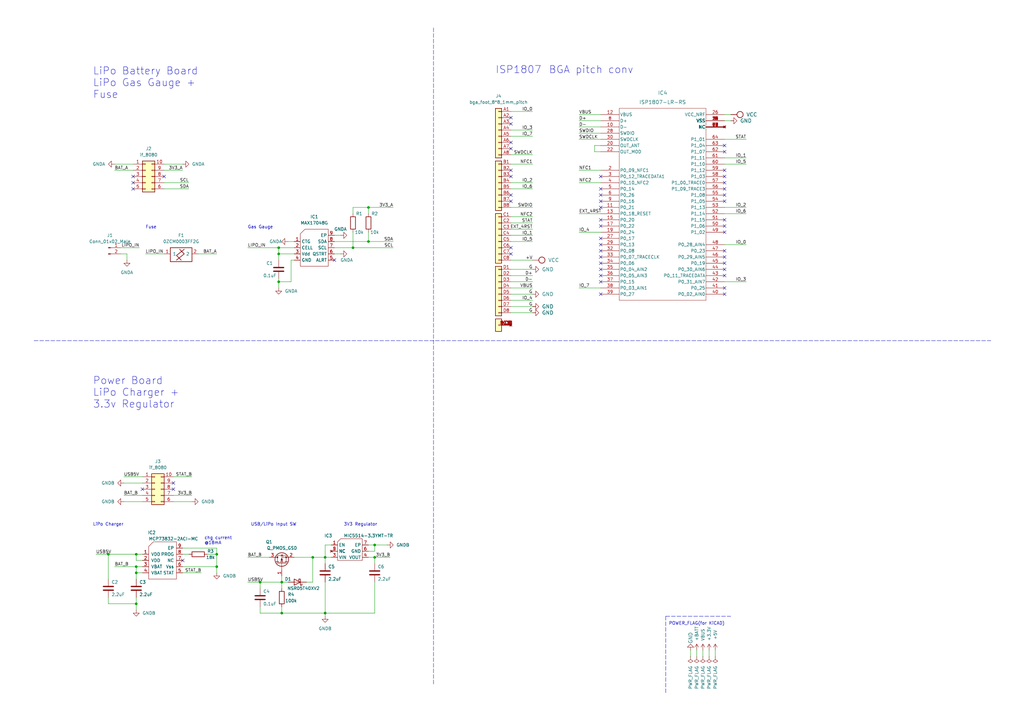
<source format=kicad_sch>
(kicad_sch (version 20211123) (generator eeschema)
  (paper "A3")
  (lib_symbols
    (symbol "001-common:GND" (power) (pin_names (offset 1.016))
      (property "Value" "GND" (at -1.905 -3.175 0))
      (symbol "GND_1_0"
        (polyline (pts (xy -1.27 0) (xy 1.27 0)))
        (polyline (pts (xy 0 -1.27) (xy -1.27 0)))
        (polyline (pts (xy 1.27 0) (xy 0 -1.27)))
        (pin power_in line (at 0 1.27 270) (length 1.27) (name "GND") (number "1"))
      )
    )
    (symbol "001-common:VCC" (power) (pin_names (offset 1.016))
      (property "Value" "VCC" (at -1.905 3.175 0))
      (symbol "VCC_1_0"
        (circle (center 0 1.27) (radius 1.27) (stroke (width 0.254)))
        (pin power_in line (at 0 -2.54 90) (length 2.54) (name "VCC") (number "1"))
      )
    )
    (symbol "204-pcb-wearable:0ZCM0003FF2G" (pin_names (offset 1.016))
      (property "Reference" "PL" (at 1.27 1.27 0))
      (property "Value" "0ZCM0003FF2G" (at 3.81 -6.985 0))
      (symbol "0ZCM0003FF2G_0_1"
        (polyline (pts (xy 3.81 -0.635) (xy 5.715 -2.54) (xy 2.54 -5.08)) (stroke (width 0.254)))
        (polyline (pts (xy 5.715 -0.635) (xy 2.54 -3.175) (xy 4.445 -5.08)) (stroke (width 0.254)))
        (polyline (pts (xy 0 0) (xy 8.89 0) (xy 8.89 -5.715) (xy 0 -5.715) (xy 0 0)) (stroke (width 0.254)))
      )
      (symbol "0ZCM0003FF2G_1_1"
        (pin passive line (at -2.54 -2.54 0) (length 2.54) (name "1") (number "1"))
        (pin passive line (at 11.43 -2.54 180) (length 2.54) (name "2") (number "2"))
      )
    )
    (symbol "204-pcb-wearable:GNDA" (power) (pin_names (offset 0))
      (property "Value" "GNDA" (at 0 -3.81 0))
      (symbol "GNDA_0_1"
        (polyline (pts (xy 0 0) (xy 0 -1.27) (xy 1.27 -1.27) (xy 0 -2.54) (xy -1.27 -1.27) (xy 0 -1.27)))
      )
      (symbol "GNDA_1_1"
        (pin power_in line (at 0 0 270) (length 0) hide (name "GNDA") (number "1"))
      )
    )
    (symbol "204-pcb-wearable:GNDB" (power) (pin_names (offset 0))
      (property "Value" "GNDB" (at 0 -3.81 0))
      (symbol "GNDB_0_1"
        (polyline (pts (xy 0 0) (xy 0 -1.27) (xy 1.27 -1.27) (xy 0 -2.54) (xy -1.27 -1.27) (xy 0 -1.27)))
      )
      (symbol "GNDB_1_1"
        (pin power_in line (at 0 0 270) (length 0) hide (name "GNDB") (number "1"))
      )
    )
    (symbol "204-pcb-wearable:ISP1807-LR-RS" (pin_names (offset 0.254))
      (property "Reference" "IC" (at 2.54 5.08 0))
      (property "Value" "ISP1807-LR-RS" (at 10.16 2.54 0))
      (symbol "ISP1807-LR-RS_0_1"
        (polyline (pts (xy 0 -78.74) (xy 35.56 -78.74)) (stroke (width 0.127)))
        (polyline (pts (xy 0 0) (xy 0 -78.74)) (stroke (width 0.127)))
        (polyline (pts (xy 35.56 -78.74) (xy 35.56 0)) (stroke (width 0.127)))
        (polyline (pts (xy 35.56 0) (xy 0 0)) (stroke (width 0.127)))
        (pin power_out line (at 43.18 -5.08 180) (length 7.62) (name "VSS") (number "1"))
        (pin bidirectional line (at -7.62 -7.62 0) (length 7.62) (name "D-") (number "10"))
        (pin bidirectional line (at -7.62 -40.64 0) (length 7.62) (name "P0_21") (number "11"))
        (pin power_in line (at -7.62 -2.54 0) (length 7.62) (name "VBUS") (number "12"))
        (pin bidirectional line (at -7.62 -43.18 0) (length 7.62) (name "P0_18_RESET") (number "13"))
        (pin power_out line (at 43.18 -5.08 180) (length 7.62) (name "VSS") (number "14"))
        (pin bidirectional line (at -7.62 -45.72 0) (length 7.62) (name "P0_20") (number "15"))
        (pin power_out line (at 43.18 -5.08 180) (length 7.62) (name "VSS") (number "16"))
        (pin bidirectional line (at -7.62 -48.26 0) (length 7.62) (name "P0_22") (number "17"))
        (pin power_out line (at 43.18 -5.08 180) (length 7.62) (name "VSS") (number "18"))
        (pin bidirectional line (at -7.62 -50.8 0) (length 7.62) (name "P0_24") (number "19"))
        (pin bidirectional line (at -7.62 -25.4 0) (length 7.62) (name "P0_09_NFC1") (number "2"))
        (pin bidirectional line (at -7.62 -15.24 0) (length 7.62) (name "OUT_ANT") (number "20"))
        (pin power_out line (at 43.18 -5.08 180) (length 7.62) (name "VSS") (number "21"))
        (pin bidirectional line (at -7.62 -17.78 0) (length 7.62) (name "OUT_MOD") (number "22"))
        (pin power_out line (at 43.18 -5.08 180) (length 7.62) (name "VSS") (number "23"))
        (pin power_out line (at 43.18 -5.08 180) (length 7.62) (name "VSS") (number "24"))
        (pin power_out line (at 43.18 -5.08 180) (length 7.62) (name "VSS") (number "25"))
        (pin power_in line (at 43.18 -2.54 180) (length 7.62) (name "VCC_NRF") (number "26"))
        (pin bidirectional line (at -7.62 -53.34 0) (length 7.62) (name "P0_17") (number "27"))
        (pin bidirectional line (at -7.62 -10.16 0) (length 7.62) (name "SWDIO") (number "28"))
        (pin bidirectional line (at -7.62 -55.88 0) (length 7.62) (name "P0_13") (number "29"))
        (pin bidirectional line (at -7.62 -27.94 0) (length 7.62) (name "P0_12_TRACEDATA1") (number "3"))
        (pin input line (at -7.62 -12.7 0) (length 7.62) (name "SWDCLK") (number "30"))
        (pin power_out line (at 43.18 -5.08 180) (length 7.62) (name "VSS") (number "31"))
        (pin bidirectional line (at -7.62 -58.42 0) (length 7.62) (name "P0_08") (number "32"))
        (pin bidirectional line (at -7.62 -60.96 0) (length 7.62) (name "P0_07_TRACECLK") (number "33"))
        (pin bidirectional line (at -7.62 -63.5 0) (length 7.62) (name "P0_06") (number "34"))
        (pin input line (at -7.62 -66.04 0) (length 7.62) (name "P0_04_AIN2") (number "35"))
        (pin input line (at -7.62 -68.58 0) (length 7.62) (name "P0_05_AIN3") (number "36"))
        (pin bidirectional line (at -7.62 -71.12 0) (length 7.62) (name "P0_15") (number "37"))
        (pin input line (at -7.62 -73.66 0) (length 7.62) (name "P0_03_AIN1") (number "38"))
        (pin bidirectional line (at -7.62 -76.2 0) (length 7.62) (name "P0_27") (number "39"))
        (pin bidirectional line (at -7.62 -30.48 0) (length 7.62) (name "P0_10_NFC2") (number "4"))
        (pin bidirectional line (at 43.18 -76.2 180) (length 7.62) (name "P0_02_AIN0") (number "40"))
        (pin bidirectional line (at 43.18 -73.66 180) (length 7.62) (name "P0_25") (number "41"))
        (pin input line (at 43.18 -71.12 180) (length 7.62) (name "P0_31_AIN7") (number "42"))
        (pin bidirectional line (at 43.18 -68.58 180) (length 7.62) (name "P0_11_TRACEDATA") (number "43"))
        (pin input line (at 43.18 -66.04 180) (length 7.62) (name "P0_30_AIN6") (number "44"))
        (pin bidirectional line (at 43.18 -63.5 180) (length 7.62) (name "P0_19") (number "45"))
        (pin input line (at 43.18 -60.96 180) (length 7.62) (name "P0_29_AIN5") (number "46"))
        (pin bidirectional line (at 43.18 -58.42 180) (length 7.62) (name "P0_23") (number "47"))
        (pin input line (at 43.18 -55.88 180) (length 7.62) (name "P0_28_AIN4") (number "48"))
        (pin bidirectional line (at 43.18 -50.8 180) (length 7.62) (name "P1_02") (number "49"))
        (pin bidirectional line (at -7.62 -33.02 0) (length 7.62) (name "P0_14") (number "5"))
        (pin bidirectional line (at 43.18 -48.26 180) (length 7.62) (name "P1_06") (number "50"))
        (pin bidirectional line (at 43.18 -45.72 180) (length 7.62) (name "P1_15") (number "51"))
        (pin bidirectional line (at 43.18 -43.18 180) (length 7.62) (name "P1_14") (number "52"))
        (pin bidirectional line (at 43.18 -40.64 180) (length 7.62) (name "P1_13") (number "53"))
        (pin bidirectional line (at 43.18 -38.1 180) (length 7.62) (name "P1_05") (number "54"))
        (pin bidirectional line (at 43.18 -35.56 180) (length 7.62) (name "P1_08") (number "55"))
        (pin bidirectional line (at 43.18 -33.02 180) (length 7.62) (name "P1_09_TRACE3") (number "56"))
        (pin bidirectional line (at 43.18 -30.48 180) (length 7.62) (name "P1_00_TRACE0") (number "57"))
        (pin bidirectional line (at 43.18 -27.94 180) (length 7.62) (name "P1_03") (number "58"))
        (pin bidirectional line (at 43.18 -25.4 180) (length 7.62) (name "P1_12") (number "59"))
        (pin bidirectional line (at -7.62 -35.56 0) (length 7.62) (name "P0_26") (number "6"))
        (pin bidirectional line (at 43.18 -22.86 180) (length 7.62) (name "P1_10") (number "60"))
        (pin bidirectional line (at 43.18 -20.32 180) (length 7.62) (name "P1_11") (number "61"))
        (pin bidirectional line (at 43.18 -17.78 180) (length 7.62) (name "P1_07") (number "62"))
        (pin bidirectional line (at 43.18 -15.24 180) (length 7.62) (name "P1_04") (number "63"))
        (pin bidirectional line (at 43.18 -12.7 180) (length 7.62) (name "P1_01") (number "64"))
        (pin no_connect line (at 43.18 -7.62 180) (length 7.62) (name "NC") (number "65"))
        (pin no_connect line (at 43.18 -7.62 180) (length 7.62) (name "NC") (number "66"))
        (pin no_connect line (at 43.18 -7.62 180) (length 7.62) (name "NC") (number "67"))
        (pin no_connect line (at 43.18 -7.62 180) (length 7.62) (name "NC") (number "68"))
        (pin no_connect line (at 43.18 -7.62 180) (length 7.62) (name "NC") (number "69"))
        (pin power_out line (at 43.18 -5.08 180) (length 7.62) (name "VSS") (number "7"))
        (pin no_connect line (at 43.18 -7.62 180) (length 7.62) (name "NC") (number "70"))
        (pin no_connect line (at 43.18 -7.62 180) (length 7.62) (name "NC") (number "71"))
        (pin no_connect line (at 43.18 -7.62 180) (length 7.62) (name "NC") (number "72"))
        (pin no_connect line (at 43.18 -7.62 180) (length 7.62) (name "NC") (number "73"))
        (pin no_connect line (at 43.18 -7.62 180) (length 7.62) (name "NC") (number "74"))
        (pin no_connect line (at 43.18 -7.62 180) (length 7.62) (name "NC") (number "75"))
        (pin no_connect line (at 43.18 -7.62 180) (length 7.62) (name "NC") (number "76"))
        (pin no_connect line (at 43.18 -7.62 180) (length 7.62) (name "NC") (number "77"))
        (pin no_connect line (at 43.18 -7.62 180) (length 7.62) (name "NC") (number "78"))
        (pin bidirectional line (at -7.62 -5.08 0) (length 7.62) (name "D+") (number "8"))
        (pin bidirectional line (at -7.62 -38.1 0) (length 7.62) (name "P0_16") (number "9"))
      )
    )
    (symbol "204-pcb-wearable:MAX17048G"
      (property "Reference" "IC" (at 1.27 3.81 0))
      (property "Value" "MAX17048G" (at 5.08 1.27 0))
      (symbol "MAX17048G_0_1"
        (polyline (pts (xy 11.43 0) (xy 11.43 -15.24) (xy 0 -15.24) (xy 0 -1.905) (xy 1.905 0) (xy 11.43 0)))
      )
      (symbol "MAX17048G_1_1"
        (pin passive line (at -2.54 -5.08 0) (length 2.54) (name "CTG") (number "1"))
        (pin power_in line (at -2.54 -7.62 0) (length 2.54) (name "CELL") (number "2"))
        (pin power_in line (at -2.54 -10.16 0) (length 2.54) (name "Vdd") (number "3"))
        (pin power_in line (at -2.54 -12.7 0) (length 2.54) (name "GND") (number "4"))
        (pin passive line (at 13.97 -12.7 180) (length 2.54) (name "ALRT") (number "5"))
        (pin power_in line (at 13.97 -10.16 180) (length 2.54) (name "QSTRT") (number "6"))
        (pin passive line (at 13.97 -7.62 180) (length 2.54) (name "SCL") (number "7"))
        (pin passive line (at 13.97 -5.08 180) (length 2.54) (name "SDA") (number "8"))
        (pin passive line (at 13.97 -2.54 180) (length 2.54) (name "EP") (number "9"))
      )
    )
    (symbol "204-pcb-wearable:MCP73832-2ACI-MC" (pin_names (offset 1.016))
      (property "Reference" "IC" (at 1.905 5.08 0))
      (property "Value" "MCP73832-2ACI-MC" (at 5.715 2.54 0))
      (symbol "MCP73832-2ACI-MC_0_1"
        (polyline (pts (xy 11.43 0) (xy 11.43 -15.24) (xy 0 -15.24) (xy 0 -1.905) (xy 1.905 0) (xy 11.43 0)))
      )
      (symbol "MCP73832-2ACI-MC_1_1"
        (pin passive line (at -2.54 -5.08 0) (length 2.54) (name "VDD") (number "1"))
        (pin power_in line (at -2.54 -7.62 0) (length 2.54) (name "VDD") (number "2"))
        (pin power_in line (at -2.54 -10.16 0) (length 2.54) (name "VBAT") (number "3"))
        (pin power_in line (at -2.54 -12.7 0) (length 2.54) (name "VBAT") (number "4"))
        (pin passive line (at 13.97 -12.7 180) (length 2.54) (name "STAT") (number "5"))
        (pin power_in line (at 13.97 -10.16 180) (length 2.54) (name "Vss") (number "6"))
        (pin passive line (at 13.97 -7.62 180) (length 2.54) (name "NC") (number "7"))
        (pin passive line (at 13.97 -5.08 180) (length 2.54) (name "PROG") (number "8"))
        (pin passive line (at 13.97 -2.54 180) (length 2.54) (name "EP") (number "9"))
      )
    )
    (symbol "204-pcb-wearable:MIC5514-3.3YMT-TR"
      (property "Reference" "IC" (at 4.445 3.175 0))
      (property "Value" "MIC5514-3.3YMT-TR" (at 5.08 1.27 0))
      (symbol "MIC5514-3.3YMT-TR_0_1"
        (polyline (pts (xy 1.27 0) (xy 0 -1.27) (xy 0 -8.89) (xy 10.16 -8.89) (xy 10.16 0) (xy 1.27 0)))
      )
      (symbol "MIC5514-3.3YMT-TR_1_1"
        (pin input line (at -2.54 -2.54 0) (length 2.54) (name "EN") (number "1"))
        (pin no_connect line (at -2.54 -5.08 0) (length 2.54) (name "NC") (number "2"))
        (pin power_in line (at -2.54 -7.62 0) (length 2.54) (name "VIN") (number "3"))
        (pin power_out line (at 12.7 -7.62 180) (length 2.54) (name "VOUT") (number "4"))
        (pin no_connect line (at -2.54 -5.08 0) (length 2.54) (name "NC") (number "5"))
        (pin power_in line (at 12.7 -5.08 180) (length 2.54) (name "GND") (number "6"))
        (pin power_in line (at 12.7 -2.54 180) (length 2.54) (name "EP") (number "7"))
      )
    )
    (symbol "204-pcb-wearable:NSR05T40XV2" (pin_numbers hide) (pin_names (offset 1.016) hide)
      (property "Reference" "D" (at 0 2.54 0))
      (property "Value" "NSR05T40XV2" (at 0 -2.54 0))
      (symbol "NSR05T40XV2_0_1"
        (polyline (pts (xy 1.27 0) (xy -1.27 0)))
        (polyline (pts (xy 1.27 1.27) (xy 1.27 -1.27) (xy -1.27 0) (xy 1.27 1.27)) (stroke (width 0.254)))
        (polyline (pts (xy -1.905 0.635) (xy -1.905 1.27) (xy -1.27 1.27) (xy -1.27 -1.27) (xy -0.635 -1.27) (xy -0.635 -0.635)) (stroke (width 0.254)))
      )
      (symbol "NSR05T40XV2_1_1"
        (pin passive line (at -3.81 0 0) (length 2.54) (name "K") (number "1"))
        (pin passive line (at 3.81 0 180) (length 2.54) (name "A") (number "2"))
      )
    )
    (symbol "204-pcb-wearable:bga_foot_8*8_1mm_pitch" (pin_names (offset 1.016) hide)
      (property "Reference" "J" (at 1.27 5.08 0))
      (property "Value" "bga_foot_8*8_1mm_pitch" (at 12.7 2.54 0))
      (symbol "bga_foot_8*8_1mm_pitch_1_1"
        (rectangle (start 0 -86.36) (end 2.54 -91.44) (stroke (width 0.254)) (fill (type background)))
        (rectangle (start 0 -85.09) (end 2.54 -64.77) (stroke (width 0.254)) (fill (type background)))
        (rectangle (start 0 -63.5) (end 2.54 -43.18) (stroke (width 0.254)) (fill (type background)))
        (rectangle (start 0 -41.91) (end 2.54 -21.59) (stroke (width 0.254)) (fill (type background)))
        (rectangle (start 0 -20.32) (end 2.54 0) (stroke (width 0.254)) (fill (type background)))
        (rectangle (start 1.27 -89.027) (end 2.54 -88.773) (stroke (width 0.1524)))
        (rectangle (start 1.27 -83.947) (end 2.54 -83.693) (stroke (width 0.1524)))
        (rectangle (start 1.27 -81.407) (end 2.54 -81.153) (stroke (width 0.1524)))
        (rectangle (start 1.27 -78.867) (end 2.54 -78.613) (stroke (width 0.1524)))
        (rectangle (start 1.27 -76.327) (end 2.54 -76.073) (stroke (width 0.1524)))
        (rectangle (start 1.27 -73.787) (end 2.54 -73.533) (stroke (width 0.1524)))
        (rectangle (start 1.27 -71.247) (end 2.54 -70.993) (stroke (width 0.1524)))
        (rectangle (start 1.27 -68.707) (end 2.54 -68.453) (stroke (width 0.1524)))
        (rectangle (start 1.27 -66.167) (end 2.54 -65.913) (stroke (width 0.1524)))
        (rectangle (start 1.27 -62.357) (end 2.54 -62.103) (stroke (width 0.1524)))
        (rectangle (start 1.27 -59.817) (end 2.54 -59.563) (stroke (width 0.1524)))
        (rectangle (start 1.27 -57.277) (end 2.54 -57.023) (stroke (width 0.1524)))
        (rectangle (start 1.27 -54.737) (end 2.54 -54.483) (stroke (width 0.1524)))
        (rectangle (start 1.27 -52.197) (end 2.54 -51.943) (stroke (width 0.1524)))
        (rectangle (start 1.27 -49.657) (end 2.54 -49.403) (stroke (width 0.1524)))
        (rectangle (start 1.27 -47.117) (end 2.54 -46.863) (stroke (width 0.1524)))
        (rectangle (start 1.27 -44.577) (end 2.54 -44.323) (stroke (width 0.1524)))
        (rectangle (start 1.27 -40.767) (end 2.54 -40.513) (stroke (width 0.1524)))
        (rectangle (start 1.27 -38.227) (end 2.54 -37.973) (stroke (width 0.1524)))
        (rectangle (start 1.27 -35.687) (end 2.54 -35.433) (stroke (width 0.1524)))
        (rectangle (start 1.27 -33.147) (end 2.54 -32.893) (stroke (width 0.1524)))
        (rectangle (start 1.27 -30.607) (end 2.54 -30.353) (stroke (width 0.1524)))
        (rectangle (start 1.27 -28.067) (end 2.54 -27.813) (stroke (width 0.1524)))
        (rectangle (start 1.27 -25.527) (end 2.54 -25.273) (stroke (width 0.1524)))
        (rectangle (start 1.27 -22.987) (end 2.54 -22.733) (stroke (width 0.1524)))
        (rectangle (start 1.27 -19.177) (end 2.54 -18.923) (stroke (width 0.1524)))
        (rectangle (start 1.27 -16.637) (end 2.54 -16.383) (stroke (width 0.1524)))
        (rectangle (start 1.27 -14.097) (end 2.54 -13.843) (stroke (width 0.1524)))
        (rectangle (start 1.27 -11.557) (end 2.54 -11.303) (stroke (width 0.1524)))
        (rectangle (start 1.27 -9.017) (end 2.54 -8.763) (stroke (width 0.1524)))
        (rectangle (start 1.27 -6.477) (end 2.54 -6.223) (stroke (width 0.1524)))
        (rectangle (start 1.27 -3.937) (end 2.54 -3.683) (stroke (width 0.1524)))
        (rectangle (start 1.27 -1.397) (end 2.54 -1.143) (stroke (width 0.1524)))
        (pin passive line (at 6.35 -1.27 180) (length 3.81) (name "Pin_A1") (number "A1"))
        (pin passive line (at 6.35 -3.81 180) (length 3.81) (name "Pin_A2") (number "A2"))
        (pin passive line (at 6.35 -6.35 180) (length 3.81) (name "Pin_A3") (number "A3"))
        (pin passive line (at 6.35 -8.89 180) (length 3.81) (name "Pin_A4") (number "A4"))
        (pin passive line (at 6.35 -11.43 180) (length 3.81) (name "Pin_A5") (number "A5"))
        (pin passive line (at 6.35 -13.97 180) (length 3.81) (name "Pin_A6") (number "A6"))
        (pin passive line (at 6.35 -16.51 180) (length 3.81) (name "Pin_A7") (number "A7"))
        (pin passive line (at 6.35 -19.05 180) (length 3.81) (name "Pin_A8") (number "A8"))
        (pin passive line (at 6.35 -22.86 180) (length 3.81) (name "Pin_B1") (number "B1"))
        (pin passive line (at 6.35 -25.4 180) (length 3.81) (name "Pin_B2") (number "B2"))
        (pin passive line (at 6.35 -27.94 180) (length 3.81) (name "Pin_B3") (number "B3"))
        (pin passive line (at 6.35 -30.48 180) (length 3.81) (name "Pin_B4") (number "B4"))
        (pin passive line (at 6.35 -33.02 180) (length 3.81) (name "Pin_B5") (number "B5"))
        (pin passive line (at 6.35 -35.56 180) (length 3.81) (name "Pin_B6") (number "B6"))
        (pin passive line (at 6.35 -38.1 180) (length 3.81) (name "Pin_B7") (number "B7"))
        (pin passive line (at 6.35 -40.64 180) (length 3.81) (name "Pin_B8") (number "B8"))
        (pin passive line (at 6.35 -44.45 180) (length 3.81) (name "Pin_C1") (number "C1"))
        (pin passive line (at 6.35 -46.99 180) (length 3.81) (name "Pin_C2") (number "C2"))
        (pin passive line (at 6.35 -49.53 180) (length 3.81) (name "Pin_C3") (number "C3"))
        (pin passive line (at 6.35 -52.07 180) (length 3.81) (name "Pin_C4") (number "C4"))
        (pin passive line (at 6.35 -54.61 180) (length 3.81) (name "Pin_C5") (number "C5"))
        (pin passive line (at 6.35 -57.15 180) (length 3.81) (name "Pin_C6") (number "C6"))
        (pin passive line (at 6.35 -59.69 180) (length 3.81) (name "Pin_C7") (number "C7"))
        (pin passive line (at 6.35 -62.23 180) (length 3.81) (name "Pin_C8") (number "C8"))
        (pin passive line (at 6.35 -66.04 180) (length 3.81) (name "Pin_D1") (number "D1"))
        (pin passive line (at 6.35 -68.58 180) (length 3.81) (name "Pin_D2") (number "D2"))
        (pin passive line (at 6.35 -71.12 180) (length 3.81) (name "Pin_D3") (number "D3"))
        (pin passive line (at 6.35 -73.66 180) (length 3.81) (name "Pin_D4") (number "D4"))
        (pin passive line (at 6.35 -76.2 180) (length 3.81) (name "Pin_D5") (number "D5"))
        (pin passive line (at 6.35 -78.74 180) (length 3.81) (name "Pin_D6") (number "D6"))
        (pin passive line (at 6.35 -81.28 180) (length 3.81) (name "Pin_D7") (number "D7"))
        (pin passive line (at 6.35 -83.82 180) (length 3.81) (name "Pin_D8") (number "D8"))
        (pin no_connect line (at 6.35 -88.9 180) (length 3.81) (name "NC1") (number "NC1"))
        (pin no_connect line (at 6.35 -88.9 180) (length 3.81) (name "NC10") (number "NC10"))
        (pin no_connect line (at 6.35 -88.9 180) (length 3.81) (name "NC11") (number "NC11"))
        (pin no_connect line (at 6.35 -88.9 180) (length 3.81) (name "NC12") (number "NC12"))
        (pin no_connect line (at 6.35 -88.9 180) (length 3.81) (name "NC13") (number "NC13"))
        (pin no_connect line (at 6.35 -88.9 180) (length 3.81) (name "NC14") (number "NC14"))
        (pin no_connect line (at 6.35 -88.9 180) (length 3.81) (name "NC2") (number "NC2"))
        (pin no_connect line (at 6.35 -88.9 180) (length 3.81) (name "NC3") (number "NC3"))
        (pin no_connect line (at 6.35 -88.9 180) (length 3.81) (name "NC4") (number "NC4"))
        (pin no_connect line (at 6.35 -88.9 180) (length 3.81) (name "NC5") (number "NC5"))
        (pin no_connect line (at 6.35 -88.9 180) (length 3.81) (name "NC6") (number "NC6"))
        (pin no_connect line (at 6.35 -88.9 180) (length 3.81) (name "NC7") (number "NC7"))
        (pin no_connect line (at 6.35 -88.9 180) (length 3.81) (name "NC8") (number "NC8"))
        (pin no_connect line (at 6.35 -88.9 180) (length 3.81) (name "NC9") (number "NC9"))
      )
    )
    (symbol "204-pcb-wearable:if_8080" (pin_names (offset 1.016) hide)
      (property "Reference" "J" (at 1.27 7.62 0))
      (property "Value" "if_8080" (at 1.27 -7.62 0))
      (symbol "if_8080_1_1"
        (rectangle (start -1.27 -4.953) (end 0 -5.207) (stroke (width 0.1524)))
        (rectangle (start -1.27 -2.413) (end 0 -2.667) (stroke (width 0.1524)))
        (rectangle (start -1.27 0.127) (end 0 -0.127) (stroke (width 0.1524)))
        (rectangle (start -1.27 2.667) (end 0 2.413) (stroke (width 0.1524)))
        (rectangle (start -1.27 5.207) (end 0 4.953) (stroke (width 0.1524)))
        (rectangle (start -1.27 6.35) (end 3.81 -6.35) (stroke (width 0.254)) (fill (type background)))
        (rectangle (start 3.81 -4.953) (end 2.54 -5.207) (stroke (width 0.1524)))
        (rectangle (start 3.81 -2.413) (end 2.54 -2.667) (stroke (width 0.1524)))
        (rectangle (start 3.81 0.127) (end 2.54 -0.127) (stroke (width 0.1524)))
        (rectangle (start 3.81 2.667) (end 2.54 2.413) (stroke (width 0.1524)))
        (rectangle (start 3.81 5.207) (end 2.54 4.953) (stroke (width 0.1524)))
        (pin passive line (at -5.08 5.08 0) (length 3.81) (name "Pin_1") (number "1"))
        (pin passive line (at 7.62 5.08 180) (length 3.81) (name "Pin_10") (number "10"))
        (pin passive line (at -5.08 2.54 0) (length 3.81) (name "Pin_2") (number "2"))
        (pin passive line (at -5.08 0 0) (length 3.81) (name "Pin_3") (number "3"))
        (pin passive line (at -5.08 -2.54 0) (length 3.81) (name "Pin_4") (number "4"))
        (pin passive line (at -5.08 -5.08 0) (length 3.81) (name "Pin_5") (number "5"))
        (pin passive line (at 7.62 -5.08 180) (length 3.81) (name "Pin_6") (number "6"))
        (pin passive line (at 7.62 -2.54 180) (length 3.81) (name "Pin_7") (number "7"))
        (pin passive line (at 7.62 0 180) (length 3.81) (name "Pin_8") (number "8"))
        (pin passive line (at 7.62 2.54 180) (length 3.81) (name "Pin_9") (number "9"))
      )
    )
    (symbol "Connector:Conn_01x02_Male" (pin_names (offset 1.016) hide)
      (property "Reference" "J" (at 0 2.54 0))
      (property "Value" "Conn_01x02_Male" (at 0 -5.08 0))
      (symbol "Conn_01x02_Male_1_1"
        (polyline (pts (xy 1.27 -2.54) (xy 0.8636 -2.54)) (stroke (width 0.1524)))
        (polyline (pts (xy 1.27 0) (xy 0.8636 0)) (stroke (width 0.1524)))
        (rectangle (start 0.8636 -2.413) (end 0 -2.667) (stroke (width 0.1524)) (fill (type outline)))
        (rectangle (start 0.8636 0.127) (end 0 -0.127) (stroke (width 0.1524)) (fill (type outline)))
        (pin passive line (at 5.08 0 180) (length 3.81) (name "Pin_1") (number "1"))
        (pin passive line (at 5.08 -2.54 180) (length 3.81) (name "Pin_2") (number "2"))
      )
    )
    (symbol "Device:C" (pin_numbers hide) (pin_names (offset 0.254))
      (property "Reference" "C" (at 0.635 2.54 0))
      (property "Value" "C" (at 0.635 -2.54 0))
      (symbol "C_0_1"
        (polyline (pts (xy -2.032 -0.762) (xy 2.032 -0.762)) (stroke (width 0.508)))
        (polyline (pts (xy -2.032 0.762) (xy 2.032 0.762)) (stroke (width 0.508)))
      )
      (symbol "C_1_1"
        (pin passive line (at 0 3.81 270) (length 2.794) (name "~") (number "1"))
        (pin passive line (at 0 -3.81 90) (length 2.794) (name "~") (number "2"))
      )
    )
    (symbol "Device:Q_PMOS_GSD" (pin_names (offset 0) hide)
      (property "Reference" "Q" (at 5.08 1.27 0))
      (property "Value" "Q_PMOS_GSD" (at 5.08 -1.27 0))
      (symbol "Q_PMOS_GSD_0_1"
        (polyline (pts (xy 0.254 0) (xy -2.54 0)))
        (polyline (pts (xy 0.254 1.905) (xy 0.254 -1.905)) (stroke (width 0.254)))
        (polyline (pts (xy 0.762 -1.27) (xy 0.762 -2.286)) (stroke (width 0.254)))
        (polyline (pts (xy 0.762 0.508) (xy 0.762 -0.508)) (stroke (width 0.254)))
        (polyline (pts (xy 0.762 2.286) (xy 0.762 1.27)) (stroke (width 0.254)))
        (polyline (pts (xy 2.54 2.54) (xy 2.54 1.778)))
        (polyline (pts (xy 2.54 -2.54) (xy 2.54 0) (xy 0.762 0)))
        (polyline (pts (xy 0.762 1.778) (xy 3.302 1.778) (xy 3.302 -1.778) (xy 0.762 -1.778)))
        (polyline (pts (xy 2.286 0) (xy 1.27 0.381) (xy 1.27 -0.381) (xy 2.286 0)) (fill (type outline)))
        (polyline (pts (xy 2.794 -0.508) (xy 2.921 -0.381) (xy 3.683 -0.381) (xy 3.81 -0.254)))
        (polyline (pts (xy 3.302 -0.381) (xy 2.921 0.254) (xy 3.683 0.254) (xy 3.302 -0.381)))
        (circle (center 1.651 0) (radius 2.794) (stroke (width 0.254)))
        (circle (center 2.54 -1.778) (radius 0.254) (fill (type outline)))
        (circle (center 2.54 1.778) (radius 0.254) (fill (type outline)))
      )
      (symbol "Q_PMOS_GSD_1_1"
        (pin input line (at -5.08 0 0) (length 2.54) (name "G") (number "1"))
        (pin passive line (at 2.54 -5.08 90) (length 2.54) (name "S") (number "2"))
        (pin passive line (at 2.54 5.08 270) (length 2.54) (name "D") (number "3"))
      )
    )
    (symbol "Device:R" (pin_numbers hide) (pin_names (offset 0))
      (property "Reference" "R" (at 2.032 0 90))
      (property "Value" "R" (at 0 0 90))
      (symbol "R_0_1"
        (rectangle (start -1.016 -2.54) (end 1.016 2.54) (stroke (width 0.254)))
      )
      (symbol "R_1_1"
        (pin passive line (at 0 3.81 270) (length 1.27) (name "~") (number "1"))
        (pin passive line (at 0 -3.81 90) (length 1.27) (name "~") (number "2"))
      )
    )
    (symbol "GNDB_1" (power) (pin_names (offset 0))
      (property "Value" "GNDB_1" (at 0 -3.81 0))
      (symbol "GNDB_1_0_1"
        (polyline (pts (xy 0 0) (xy 0 -1.27) (xy 1.27 -1.27) (xy 0 -2.54) (xy -1.27 -1.27) (xy 0 -1.27)))
      )
      (symbol "GNDB_1_1_1"
        (pin power_in line (at 0 0 270) (length 0) hide (name "GNDB") (number "1"))
      )
    )
    (symbol "GNDB_2" (power) (pin_names (offset 0))
      (property "Value" "GNDB_2" (at 0 -3.81 0))
      (symbol "GNDB_2_0_1"
        (polyline (pts (xy 0 0) (xy 0 -1.27) (xy 1.27 -1.27) (xy 0 -2.54) (xy -1.27 -1.27) (xy 0 -1.27)))
      )
      (symbol "GNDB_2_1_1"
        (pin power_in line (at 0 0 270) (length 0) hide (name "GNDB") (number "1"))
      )
    )
    (symbol "GNDB_3" (power) (pin_names (offset 0))
      (property "Value" "GNDB_3" (at 0 -3.81 0))
      (symbol "GNDB_3_0_1"
        (polyline (pts (xy 0 0) (xy 0 -1.27) (xy 1.27 -1.27) (xy 0 -2.54) (xy -1.27 -1.27) (xy 0 -1.27)))
      )
      (symbol "GNDB_3_1_1"
        (pin power_in line (at 0 0 270) (length 0) hide (name "GNDB") (number "1"))
      )
    )
    (symbol "GNDB_5" (power) (pin_names (offset 0))
      (property "Value" "GNDB_5" (at 0 -3.81 0))
      (symbol "GNDB_5_0_1"
        (polyline (pts (xy 0 0) (xy 0 -1.27) (xy 1.27 -1.27) (xy 0 -2.54) (xy -1.27 -1.27) (xy 0 -1.27)))
      )
      (symbol "GNDB_5_1_1"
        (pin power_in line (at 0 0 270) (length 0) hide (name "GNDB") (number "1"))
      )
    )
    (symbol "power:+3.3V" (power) (pin_names (offset 0))
      (property "Value" "+3.3V" (at 0 3.556 0))
      (symbol "+3.3V_0_1"
        (polyline (pts (xy -0.762 1.27) (xy 0 2.54)))
        (polyline (pts (xy 0 0) (xy 0 2.54)))
        (polyline (pts (xy 0 2.54) (xy 0.762 1.27)))
      )
      (symbol "+3.3V_1_1"
        (pin power_in line (at 0 0 90) (length 0) hide (name "+3.3V") (number "1"))
      )
    )
    (symbol "power:+5V" (power) (pin_names (offset 0))
      (property "Value" "+5V" (at 0 3.556 0))
      (symbol "+5V_0_1"
        (polyline (pts (xy -0.762 1.27) (xy 0 2.54)))
        (polyline (pts (xy 0 0) (xy 0 2.54)))
        (polyline (pts (xy 0 2.54) (xy 0.762 1.27)))
      )
      (symbol "+5V_1_1"
        (pin power_in line (at 0 0 90) (length 0) hide (name "+5V") (number "1"))
      )
    )
    (symbol "power:+BATT" (power) (pin_names (offset 0))
      (property "Value" "+BATT" (at 0 3.556 0))
      (symbol "+BATT_0_1"
        (polyline (pts (xy -0.762 1.27) (xy 0 2.54)))
        (polyline (pts (xy 0 0) (xy 0 2.54)))
        (polyline (pts (xy 0 2.54) (xy 0.762 1.27)))
      )
      (symbol "+BATT_1_1"
        (pin power_in line (at 0 0 90) (length 0) hide (name "+BATT") (number "1"))
      )
    )
    (symbol "power:PWR_FLAG" (power) (pin_numbers hide) (pin_names (offset 0) hide)
      (property "Value" "PWR_FLAG" (at 0 3.81 0))
      (symbol "PWR_FLAG_0_0"
        (pin power_out line (at 0 0 90) (length 0) (name "pwr") (number "1"))
      )
      (symbol "PWR_FLAG_0_1"
        (polyline (pts (xy 0 0) (xy 0 1.27) (xy -1.016 1.905) (xy 0 2.54) (xy 1.016 1.905) (xy 0 1.27)))
      )
    )
    (symbol "power:VBUS" (power) (pin_names (offset 0))
      (property "Value" "VBUS" (at 0 3.81 0))
      (symbol "VBUS_0_1"
        (polyline (pts (xy -0.762 1.27) (xy 0 2.54)))
        (polyline (pts (xy 0 0) (xy 0 2.54)))
        (polyline (pts (xy 0 2.54) (xy 0.762 1.27)))
      )
      (symbol "VBUS_1_1"
        (pin power_in line (at 0 0 90) (length 0) hide (name "VBUS") (number "1"))
      )
    )
  )
  (junction (at 44.45 227.33))
  (junction (at 55.88 234.95))
  (junction (at 55.88 247.65))
  (junction (at 153.67 223.52))
  (junction (at 151.13 99.06))
  (junction (at 151.13 85.09))
  (junction (at 114.3 104.14))
  (junction (at 133.35 228.6))
  (junction (at 115.57 238.76))
  (junction (at 55.88 232.41))
  (junction (at 133.35 251.46))
  (junction (at 128.27 228.6))
  (junction (at 114.3 115.57))
  (junction (at 106.68 238.76))
  (junction (at 153.67 228.6))
  (junction (at 88.9 232.41))
  (junction (at 144.78 101.6))
  (junction (at 115.57 251.46))
  (junction (at 55.88 227.33))
  (junction (at 88.9 227.33))
  (junction (at 114.3 101.6))
  (no_connect (at 246.38 113.03))
  (no_connect (at 246.38 92.71))
  (no_connect (at 209.55 72.39))
  (no_connect (at 246.38 110.49))
  (no_connect (at 297.18 74.93))
  (no_connect (at 74.93 229.87))
  (no_connect (at 246.38 97.79))
  (no_connect (at 297.18 77.47))
  (no_connect (at 297.18 82.55))
  (no_connect (at 297.18 69.85))
  (no_connect (at 137.16 106.68))
  (no_connect (at 209.55 104.14))
  (no_connect (at 71.12 200.66))
  (no_connect (at 209.55 80.01))
  (no_connect (at 209.55 101.6))
  (no_connect (at 209.55 48.26))
  (no_connect (at 209.55 82.55))
  (no_connect (at 54.61 74.93))
  (no_connect (at 54.61 72.39))
  (no_connect (at 297.18 80.01))
  (no_connect (at 297.18 102.87))
  (no_connect (at 246.38 120.65))
  (no_connect (at 246.38 72.39))
  (no_connect (at 297.18 118.11))
  (no_connect (at 54.61 77.47))
  (no_connect (at 209.55 69.85))
  (no_connect (at 297.18 113.03))
  (no_connect (at 297.18 59.69))
  (no_connect (at 246.38 85.09))
  (no_connect (at 246.38 100.33))
  (no_connect (at 246.38 105.41))
  (no_connect (at 67.31 72.39))
  (no_connect (at 297.18 95.25))
  (no_connect (at 71.12 198.12))
  (no_connect (at 297.18 110.49))
  (no_connect (at 246.38 107.95))
  (no_connect (at 297.18 120.65))
  (no_connect (at 246.38 77.47))
  (no_connect (at 297.18 92.71))
  (no_connect (at 246.38 82.55))
  (no_connect (at 297.18 62.23))
  (no_connect (at 76.2 346.71))
  (no_connect (at 297.18 72.39))
  (no_connect (at 297.18 90.17))
  (no_connect (at 246.38 80.01))
  (no_connect (at 209.55 60.96))
  (no_connect (at 209.55 58.42))
  (no_connect (at 209.55 50.8))
  (no_connect (at 297.18 105.41))
  (no_connect (at 58.42 200.66))
  (no_connect (at 246.38 102.87))
  (no_connect (at 246.38 115.57))
  (no_connect (at 246.38 90.17))
  (no_connect (at 297.18 107.95))
  (wire (pts (xy 55.88 234.95) (xy 55.88 232.41)))
  (wire (pts (xy 114.3 101.6) (xy 120.65 101.6)))
  (wire (pts (xy 114.3 115.57) (xy 114.3 118.11)))
  (wire (pts (xy 243.84 59.69) (xy 243.84 62.23)))
  (wire (pts (xy 88.9 227.33) (xy 85.09 227.33)))
  (wire (pts (xy 133.35 251.46) (xy 133.35 252.73)))
  (wire (pts (xy 49.53 104.14) (xy 52.07 104.14)))
  (wire (pts (xy 246.38 74.93) (xy 237.49 74.93)))
  (wire (pts (xy 120.65 104.14) (xy 114.3 104.14)))
  (wire (pts (xy 58.42 195.58) (xy 50.8 195.58)))
  (wire (pts (xy 246.38 69.85) (xy 237.49 69.85)))
  (wire (pts (xy 153.67 223.52) (xy 153.67 226.06)))
  (wire (pts (xy 88.9 224.79) (xy 88.9 227.33)))
  (wire (pts (xy 237.49 49.53) (xy 246.38 49.53)))
  (wire (pts (xy 218.44 96.52) (xy 209.55 96.52)))
  (wire (pts (xy 218.44 45.72) (xy 209.55 45.72)))
  (wire (pts (xy 285.75 266.7) (xy 285.75 269.24)))
  (wire (pts (xy 67.31 77.47) (xy 77.47 77.47)))
  (wire (pts (xy 306.07 85.09) (xy 297.18 85.09)))
  (wire (pts (xy 74.93 227.33) (xy 77.47 227.33)))
  (wire (pts (xy 218.44 99.06) (xy 209.55 99.06)))
  (wire (pts (xy 137.16 99.06) (xy 151.13 99.06)))
  (wire (pts (xy 67.31 69.85) (xy 74.93 69.85)))
  (wire (pts (xy 106.68 238.76) (xy 106.68 241.3)))
  (wire (pts (xy 120.65 106.68) (xy 119.38 106.68)))
  (wire (pts (xy 88.9 227.33) (xy 88.9 232.41)))
  (wire (pts (xy 144.78 85.09) (xy 151.13 85.09)))
  (wire (pts (xy 120.65 228.6) (xy 128.27 228.6)))
  (wire (pts (xy 237.49 54.61) (xy 246.38 54.61)))
  (wire (pts (xy 106.68 251.46) (xy 115.57 251.46)))
  (wire (pts (xy 218.44 120.65) (xy 209.55 120.65)))
  (wire (pts (xy 144.78 85.09) (xy 144.78 87.63)))
  (wire (pts (xy 114.3 104.14) (xy 114.3 101.6)))
  (wire (pts (xy 115.57 238.76) (xy 106.68 238.76)))
  (wire (pts (xy 114.3 115.57) (xy 119.38 115.57)))
  (wire (pts (xy 114.3 114.3) (xy 114.3 115.57)))
  (wire (pts (xy 218.44 93.98) (xy 209.55 93.98)))
  (wire (pts (xy 55.88 234.95) (xy 55.88 237.49)))
  (wire (pts (xy 153.67 223.52) (xy 151.13 223.52)))
  (wire (pts (xy 218.44 118.11) (xy 209.55 118.11)))
  (wire (pts (xy 246.38 57.15) (xy 237.49 57.15)))
  (wire (pts (xy 237.49 95.25) (xy 246.38 95.25)))
  (wire (pts (xy 209.55 63.5) (xy 218.44 63.5)))
  (wire (pts (xy 44.45 227.33) (xy 39.37 227.33)))
  (wire (pts (xy 78.74 205.74) (xy 71.12 205.74)))
  (wire (pts (xy 153.67 251.46) (xy 153.67 238.76)))
  (wire (pts (xy 297.18 46.99) (xy 299.72 46.99)))
  (wire (pts (xy 237.49 46.99) (xy 246.38 46.99)))
  (wire (pts (xy 209.55 113.03) (xy 218.44 113.03)))
  (wire (pts (xy 46.99 232.41) (xy 55.88 232.41)))
  (wire (pts (xy 153.67 228.6) (xy 160.02 228.6)))
  (wire (pts (xy 306.07 115.57) (xy 297.18 115.57)))
  (wire (pts (xy 137.16 101.6) (xy 144.78 101.6)))
  (wire (pts (xy 306.07 57.15) (xy 297.18 57.15)))
  (wire (pts (xy 55.88 227.33) (xy 55.88 229.87)))
  (wire (pts (xy 115.57 238.76) (xy 118.11 238.76)))
  (wire (pts (xy 218.44 128.27) (xy 209.55 128.27)))
  (wire (pts (xy 246.38 59.69) (xy 243.84 59.69)))
  (wire (pts (xy 71.12 195.58) (xy 78.74 195.58)))
  (wire (pts (xy 218.44 55.88) (xy 209.55 55.88)))
  (wire (pts (xy 115.57 238.76) (xy 115.57 241.3)))
  (wire (pts (xy 101.6 238.76) (xy 106.68 238.76)))
  (wire (pts (xy 115.57 236.22) (xy 115.57 238.76)))
  (wire (pts (xy 151.13 95.25) (xy 151.13 99.06)))
  (wire (pts (xy 297.18 49.53) (xy 299.72 49.53)))
  (wire (pts (xy 133.35 228.6) (xy 135.89 228.6)))
  (wire (pts (xy 67.31 67.31) (xy 74.93 67.31)))
  (wire (pts (xy 218.44 125.73) (xy 209.55 125.73)))
  (wire (pts (xy 306.07 67.31) (xy 297.18 67.31)))
  (wire (pts (xy 218.44 53.34) (xy 209.55 53.34)))
  (wire (pts (xy 306.07 64.77) (xy 297.18 64.77)))
  (wire (pts (xy 88.9 234.95) (xy 88.9 232.41)))
  (wire (pts (xy 293.37 266.7) (xy 293.37 269.24)))
  (wire (pts (xy 44.45 247.65) (xy 55.88 247.65)))
  (wire (pts (xy 151.13 87.63) (xy 151.13 85.09)))
  (wire (pts (xy 59.69 104.14) (xy 67.31 104.14)))
  (wire (pts (xy 58.42 234.95) (xy 55.88 234.95)))
  (wire (pts (xy 290.83 266.7) (xy 290.83 269.24)))
  (wire (pts (xy 158.75 223.52) (xy 153.67 223.52)))
  (wire (pts (xy 50.8 198.12) (xy 58.42 198.12)))
  (wire (pts (xy 209.55 85.09) (xy 218.44 85.09)))
  (wire (pts (xy 67.31 74.93) (xy 77.47 74.93)))
  (wire (pts (xy 151.13 99.06) (xy 161.29 99.06)))
  (wire (pts (xy 118.11 99.06) (xy 120.65 99.06)))
  (wire (pts (xy 144.78 101.6) (xy 161.29 101.6)))
  (wire (pts (xy 151.13 85.09) (xy 161.29 85.09)))
  (wire (pts (xy 306.07 100.33) (xy 297.18 100.33)))
  (wire (pts (xy 135.89 223.52) (xy 133.35 223.52)))
  (wire (pts (xy 55.88 247.65) (xy 55.88 250.19)))
  (wire (pts (xy 44.45 227.33) (xy 44.45 237.49)))
  (wire (pts (xy 74.93 232.41) (xy 88.9 232.41)))
  (polyline (pts (xy 273.05 252.73) (xy 273.05 284.48)))
  (wire (pts (xy 144.78 95.25) (xy 144.78 101.6)))
  (wire (pts (xy 114.3 104.14) (xy 114.3 106.68)))
  (wire (pts (xy 115.57 251.46) (xy 133.35 251.46)))
  (wire (pts (xy 218.44 74.93) (xy 209.55 74.93)))
  (wire (pts (xy 218.44 106.68) (xy 209.55 106.68)))
  (wire (pts (xy 288.29 266.7) (xy 288.29 269.24)))
  (wire (pts (xy 237.49 87.63) (xy 246.38 87.63)))
  (wire (pts (xy 55.88 232.41) (xy 58.42 232.41)))
  (wire (pts (xy 115.57 248.92) (xy 115.57 251.46)))
  (wire (pts (xy 54.61 69.85) (xy 46.99 69.85)))
  (wire (pts (xy 119.38 106.68) (xy 119.38 115.57)))
  (wire (pts (xy 50.8 205.74) (xy 58.42 205.74)))
  (wire (pts (xy 283.21 269.24) (xy 283.21 266.7)))
  (wire (pts (xy 218.44 123.19) (xy 209.55 123.19)))
  (wire (pts (xy 209.55 88.9) (xy 218.44 88.9)))
  (wire (pts (xy 58.42 229.87) (xy 55.88 229.87)))
  (wire (pts (xy 101.6 228.6) (xy 110.49 228.6)))
  (polyline (pts (xy 177.8 11.43) (xy 177.8 280.67)))
  (wire (pts (xy 209.55 67.31) (xy 218.44 67.31)))
  (wire (pts (xy 151.13 228.6) (xy 153.67 228.6)))
  (wire (pts (xy 50.8 203.2) (xy 58.42 203.2)))
  (wire (pts (xy 101.6 101.6) (xy 114.3 101.6)))
  (wire (pts (xy 237.49 118.11) (xy 246.38 118.11)))
  (wire (pts (xy 74.93 224.79) (xy 88.9 224.79)))
  (polyline (pts (xy 13.97 139.7) (xy 406.4 139.7)))
  (wire (pts (xy 128.27 238.76) (xy 128.27 228.6)))
  (wire (pts (xy 128.27 228.6) (xy 133.35 228.6)))
  (polyline (pts (xy 273.05 252.73) (xy 299.72 252.73)))
  (wire (pts (xy 71.12 203.2) (xy 78.74 203.2)))
  (wire (pts (xy 137.16 96.52) (xy 139.7 96.52)))
  (wire (pts (xy 81.28 104.14) (xy 88.9 104.14)))
  (wire (pts (xy 218.44 77.47) (xy 209.55 77.47)))
  (wire (pts (xy 133.35 228.6) (xy 133.35 231.14)))
  (wire (pts (xy 243.84 62.23) (xy 246.38 62.23)))
  (wire (pts (xy 209.55 115.57) (xy 218.44 115.57)))
  (wire (pts (xy 133.35 251.46) (xy 153.67 251.46)))
  (wire (pts (xy 246.38 52.07) (xy 237.49 52.07)))
  (wire (pts (xy 218.44 110.49) (xy 209.55 110.49)))
  (wire (pts (xy 153.67 228.6) (xy 153.67 231.14)))
  (wire (pts (xy 306.07 87.63) (xy 297.18 87.63)))
  (wire (pts (xy 74.93 234.95) (xy 82.55 234.95)))
  (wire (pts (xy 55.88 245.11) (xy 55.88 247.65)))
  (wire (pts (xy 151.13 226.06) (xy 153.67 226.06)))
  (wire (pts (xy 44.45 245.11) (xy 44.45 247.65)))
  (wire (pts (xy 55.88 227.33) (xy 58.42 227.33)))
  (wire (pts (xy 52.07 104.14) (xy 52.07 106.68)))
  (wire (pts (xy 137.16 104.14) (xy 139.7 104.14)))
  (wire (pts (xy 133.35 223.52) (xy 133.35 228.6)))
  (wire (pts (xy 54.61 67.31) (xy 46.99 67.31)))
  (wire (pts (xy 218.44 91.44) (xy 209.55 91.44)))
  (wire (pts (xy 125.73 238.76) (xy 128.27 238.76)))
  (wire (pts (xy 133.35 238.76) (xy 133.35 251.46)))
  (wire (pts (xy 55.88 227.33) (xy 44.45 227.33)))
  (wire (pts (xy 106.68 251.46) (xy 106.68 248.92)))
  (wire (pts (xy 49.53 101.6) (xy 57.15 101.6)))
  (text "ISP1807　BGA pitch conv" (at 203.2 30.48 0) (effects (font (size 3 3)) (justify left bottom)))
  (text "Power Board\nLiPo Charger +\n3.3v Regulator" (at 38.1 167.64 0) (effects (font (size 3 3)) (justify left bottom)))
  (text "LiPo Battery Board\nLiPo Gas Gauge +\nFuse" (at 38.1 40.64 0) (effects (font (size 3 3)) (justify left bottom)))
  (text "3V3 Regulator" (at 140.97 215.9 0) (effects (font (size 1.27 1.27)) (justify left bottom)))
  (text "POWER_FLAG(for KiCAD)" (at 274.32 256.54 0) (effects (font (size 1.27 1.27)) (justify left bottom)))
  (text "LiPo Charger" (at 38.1 215.9 0) (effects (font (size 1.27 1.27)) (justify left bottom)))
  (text "Fuse" (at 59.69 93.98 0) (effects (font (size 1.27 1.27)) (justify left bottom)))
  (text "chg current\n@18mA" (at 83.82 223.52 0) (effects (font (size 1.27 1.27)) (justify left bottom)))
  (text "Gas Gauge" (at 101.6 93.98 0) (effects (font (size 1.27 1.27)) (justify left bottom)))
  (text "USB/LiPo Input SW" (at 102.87 215.9 0) (effects (font (size 1.27 1.27)) (justify left bottom)))
  (label "NFC2" (at 237.49 74.93 0))
  (label "SCL" (at 161.29 101.6 180))
  (label "SWDIO" (at 218.44 85.09 180))
  (label "IO_7" (at 218.44 55.88 180))
  (label "+V" (at 218.44 106.68 180))
  (label "IO_6" (at 306.07 87.63 180))
  (label "BAT_B" (at 101.6 228.6 0))
  (label "IO_3" (at 218.44 53.34 180))
  (label "NFC1" (at 237.49 69.85 0))
  (label "IO_4" (at 237.49 95.25 0))
  (label "BAT_B" (at 46.99 232.41 0))
  (label "USB5V" (at 101.6 238.76 0))
  (label "USB5V" (at 50.8 195.58 0))
  (label "STAT" (at 306.07 57.15 180))
  (label "D+" (at 218.44 113.03 180))
  (label "SDA" (at 77.47 77.47 180))
  (label "3V3_A" (at 74.93 69.85 180))
  (label "USB5V" (at 39.37 227.33 0))
  (label "EXT_4RST" (at 218.44 93.98 180))
  (label "IO_5" (at 306.07 67.31 180))
  (label "BAT_B" (at 50.8 203.2 0))
  (label "D+" (at 237.49 49.53 0))
  (label "LIPO_IN" (at 101.6 101.6 0))
  (label "IO_3" (at 306.07 115.57 180))
  (label "IO_2" (at 218.44 74.93 180))
  (label "G" (at 218.44 128.27 180))
  (label "IO_0" (at 306.07 100.33 180))
  (label "SWDCLK" (at 237.49 57.15 0))
  (label "VBUS" (at 237.49 46.99 0))
  (label "3V3_B" (at 160.02 228.6 180))
  (label "SCL" (at 77.47 74.93 180))
  (label "VBUS" (at 218.44 118.11 180))
  (label "IO_5" (at 218.44 99.06 180))
  (label "STAT_B" (at 82.55 234.95 180))
  (label "D-" (at 218.44 115.57 180))
  (label "G" (at 218.44 120.65 180))
  (label "BAT_A" (at 88.9 104.14 180))
  (label "G" (at 218.44 125.73 180))
  (label "EXT_4RST" (at 237.49 87.63 0))
  (label "NFC2" (at 218.44 88.9 180))
  (label "D-" (at 237.49 52.07 0))
  (label "IO_2" (at 306.07 85.09 180))
  (label "IO_6" (at 218.44 77.47 180))
  (label "IO_1" (at 218.44 96.52 180))
  (label "IO_0" (at 218.44 45.72 180))
  (label "3V3_B" (at 78.74 203.2 180))
  (label "3V3_A" (at 161.29 85.09 180))
  (label "LIPO_IN" (at 57.15 101.6 180))
  (label "IO_7" (at 237.49 118.11 0))
  (label "IO_4" (at 218.44 123.19 180))
  (label "STAT_B" (at 78.74 195.58 180))
  (label "NFC1" (at 218.44 67.31 180))
  (label "BAT_A" (at 46.99 69.85 0))
  (label "G" (at 218.44 110.49 180))
  (label "IO_1" (at 306.07 64.77 180))
  (label "SDA" (at 161.29 99.06 180))
  (label "SWDCLK" (at 218.44 63.5 180))
  (label "STAT" (at 218.44 91.44 180))
  (label "SWDIO" (at 237.49 54.61 0))
  (label "LIPO_IN" (at 59.69 104.14 0))
  (symbol (lib_id "001-common:GND") (at 300.99 49.53 90) (unit 1)
    (property "Reference" "#SUPPLY06" (effects hide))
    (property "Value" "GND" (at 303.53 49.53 90) (effects (font (size 1.4986 1.4986)) (justify right)))
  )
  (symbol (lib_id "Device:R") (at 115.57 245.11 180) (unit 1)
    (property "Reference" "R4" (at 119.38 243.84 0))
    (property "Value" "100k" (at 119.38 246.38 0))
    (property "Footprint" "204-pcb-wearable:R_0201_0603Metric_nosilk" (effects hide))
  )
  (symbol (lib_id "Device:C") (at 153.67 234.95 0) (unit 1)
    (property "Reference" "C6" (at 154.94 232.41 0) (effects (justify left)))
    (property "Value" "2.2uF" (at 154.94 237.49 0) (effects (justify left)))
    (property "Footprint" "204-pcb-wearable:C_0201_0603Metric_nosilk" (effects hide))
  )
  (symbol (lib_id "power:PWR_FLAG") (at 285.75 269.24 180) (unit 1)
    (property "Reference" "#FLG0102" (effects hide))
    (property "Value" "PWR_FLAG" (at 285.7501 273.05 90) (effects (justify left)))
  )
  (symbol (lib_id "001-common:GND") (at 219.71 110.49 90) (unit 1)
    (property "Reference" "#SUPPLY01" (effects hide))
    (property "Value" "GND" (at 222.25 110.49 90) (effects (font (size 1.4986 1.4986)) (justify right)))
  )
  (symbol (lib_id "204-pcb-wearable:MIC5514-3.3YMT-TR") (at 138.43 220.98 0) (unit 1)
    (property "Reference" "IC3" (at 134.62 219.71 0))
    (property "Value" "MIC5514-3.3YMT-TR" (at 151.13 219.71 0))
    (property "Footprint" "204-pcb-wearable:MIC5514-3.3YMT-TR" (effects hide))
  )
  (symbol (lib_id "power:+5V") (at 293.37 266.7 0) (unit 1)
    (property "Reference" "#PWR0104" (effects hide))
    (property "Value" "+5V" (at 293.37 260.35 90))
  )
  (symbol (lib_id "204-pcb-wearable:GNDB") (at 88.9 234.95 0) (unit 1)
    (property "Reference" "#PWR012" (effects hide))
    (property "Value" "GNDB" (at 91.44 236.2199 0) (effects (justify left)))
  )
  (symbol (lib_id "Device:R") (at 81.28 227.33 90) (unit 1)
    (property "Reference" "R3" (at 86.36 226.06 90))
    (property "Value" "18k" (at 86.36 228.6 90))
    (property "Footprint" "204-pcb-wearable:R_0201_0603Metric_nosilk" (effects hide))
  )
  (symbol (lib_id "Device:C") (at 55.88 241.3 0) (unit 1)
    (property "Reference" "C3" (at 57.15 238.76 0) (effects (justify left)))
    (property "Value" "2.2uF" (at 57.15 243.84 0) (effects (justify left)))
    (property "Footprint" "204-pcb-wearable:C_0201_0603Metric_nosilk" (effects hide))
  )
  (symbol (lib_id "204-pcb-wearable:GNDA") (at 118.11 99.06 270) (unit 1)
    (property "Reference" "#PWR05" (effects hide))
    (property "Value" "GNDA" (at 110.49 99.06 90) (effects (justify left)))
  )
  (symbol (lib_id "Device:Q_PMOS_GSD") (at 115.57 231.14 90) (unit 1)
    (property "Reference" "Q1" (at 111.76 222.25 90) (effects (justify left)))
    (property "Value" "Q_PMOS_GSD" (at 121.92 224.79 90) (effects (justify left)))
    (property "Footprint" "204-pcb-wearable:SSM3j36FS" (effects hide))
  )
  (symbol (lib_id "Device:C") (at 114.3 110.49 0) (unit 1)
    (property "Reference" "C1" (at 109.22 107.95 0) (effects (justify left)))
    (property "Value" "0.1uF" (at 107.95 113.03 0) (effects (justify left)))
    (property "Footprint" "204-pcb-wearable:C_0402_1005Metric_nosilk" (effects hide))
  )
  (symbol (lib_id "Device:C") (at 44.45 241.3 0) (unit 1)
    (property "Reference" "C2" (at 45.72 238.76 0) (effects (justify left)))
    (property "Value" "2.2uF" (at 45.72 243.84 0) (effects (justify left)))
    (property "Footprint" "204-pcb-wearable:C_0201_0603Metric_nosilk" (effects hide))
  )
  (symbol (lib_name "GNDB_2") (lib_id "204-pcb-wearable:GNDB") (at 50.8 198.12 270) (unit 1)
    (property "Reference" "#PWR08" (effects hide))
    (property "Value" "GNDB" (at 46.99 198.1201 90) (effects (justify right)))
  )
  (symbol (lib_id "204-pcb-wearable:ISP1807-LR-RS") (at 254 44.45 0) (unit 1)
    (property "Reference" "IC4" (at 271.78 38.1 0) (effects (font (size 1.524 1.524))))
    (property "Value" "ISP1807-LR-RS" (at 271.78 41.91 0) (effects (font (size 1.524 1.524))))
    (property "Footprint" "204-pcb-wearable:ISP1807-LR-RS" (effects hide))
  )
  (symbol (lib_id "204-pcb-wearable:GNDA") (at 139.7 104.14 90) (unit 1)
    (property "Reference" "#PWR07" (effects hide))
    (property "Value" "GNDA" (at 144.78 106.68 90) (effects (justify left)))
  )
  (symbol (lib_name "GNDB_2") (lib_id "204-pcb-wearable:GNDB") (at 78.74 205.74 90) (unit 1)
    (property "Reference" "#PWR011" (effects hide))
    (property "Value" "GNDB" (at 82.55 205.7399 90) (effects (justify right)))
  )
  (symbol (lib_id "power:PWR_FLAG") (at 288.29 269.24 180) (unit 1)
    (property "Reference" "#FLG0103" (effects hide))
    (property "Value" "PWR_FLAG" (at 288.2901 273.05 90) (effects (justify left)))
  )
  (symbol (lib_id "Device:C") (at 133.35 234.95 0) (unit 1)
    (property "Reference" "C5" (at 134.62 232.41 0) (effects (justify left)))
    (property "Value" "2.2uF" (at 134.62 237.49 0) (effects (justify left)))
    (property "Footprint" "204-pcb-wearable:C_0201_0603Metric_nosilk" (effects hide))
  )
  (symbol (lib_id "204-pcb-wearable:if_8080") (at 63.5 200.66 0) (unit 1)
    (property "Reference" "J3" (at 64.77 189.23 0))
    (property "Value" "if_8080" (at 64.77 191.77 0))
    (property "Footprint" "204-pcb-wearable:if-8080-10pin-castle-v1" (effects hide))
  )
  (symbol (lib_id "001-common:GND") (at 219.71 125.73 90) (unit 1)
    (property "Reference" "#SUPPLY03" (effects hide))
    (property "Value" "GND" (at 222.25 125.73 90) (effects (font (size 1.4986 1.4986)) (justify right)))
  )
  (symbol (lib_id "204-pcb-wearable:GNDA") (at 46.99 67.31 270) (unit 1)
    (property "Reference" "#PWR01" (effects hide))
    (property "Value" "GNDA" (at 43.18 67.3101 90) (effects (justify right)))
  )
  (symbol (lib_name "GNDB_2") (lib_id "204-pcb-wearable:GNDB") (at 50.8 205.74 270) (unit 1)
    (property "Reference" "#PWR09" (effects hide))
    (property "Value" "GNDB" (at 46.99 205.7401 90) (effects (justify right)))
  )
  (symbol (lib_id "power:VBUS") (at 288.29 266.7 0) (unit 1)
    (property "Reference" "#PWR0103" (effects hide))
    (property "Value" "VBUS" (at 288.29 257.81 90) (effects (justify right)))
  )
  (symbol (lib_id "204-pcb-wearable:MAX17048G") (at 123.19 93.98 0) (unit 1)
    (property "Reference" "IC1" (at 128.905 88.9 0))
    (property "Value" "MAX17048G" (at 128.905 91.44 0))
    (property "Footprint" "204-pcb-wearable:MAX17048G-L" (effects hide))
  )
  (symbol (lib_id "001-common:GND") (at 219.71 120.65 90) (unit 1)
    (property "Reference" "#SUPPLY02" (effects hide))
    (property "Value" "GND" (at 222.25 120.65 90) (effects (font (size 1.4986 1.4986)) (justify right)))
  )
  (symbol (lib_id "001-common:VCC") (at 302.26 46.99 270) (unit 1)
    (property "Reference" "#SUPPLY07" (effects hide))
    (property "Value" "VCC" (at 306.07 46.99 90) (effects (font (size 1.4986 1.4986)) (justify left)))
  )
  (symbol (lib_id "Device:C") (at 106.68 245.11 0) (unit 1)
    (property "Reference" "C4" (at 107.95 242.57 0) (effects (justify left)))
    (property "Value" "0.1uF" (at 107.95 247.65 0) (effects (justify left)))
    (property "Footprint" "204-pcb-wearable:C_0201_0603Metric_nosilk" (effects hide))
  )
  (symbol (lib_id "204-pcb-wearable:bga_foot_8*8_1mm_pitch") (at 203.2 44.45 0) (unit 1)
    (property "Reference" "J4" (at 204.47 39.37 0))
    (property "Value" "bga_foot_8*8_1mm_pitch" (at 204.47 41.91 0))
    (property "Footprint" "204-pcb-wearable:if-8080-mcu-v1" (effects hide))
  )
  (symbol (lib_id "204-pcb-wearable:MCP73832-2ACI-MC") (at 60.96 222.25 0) (unit 1)
    (property "Reference" "IC2" (at 62.23 218.44 0))
    (property "Value" "MCP73832-2ACI-MC" (at 71.12 220.98 0))
    (property "Footprint" "204-pcb-wearable:MCP73832-2ACIMC" (effects hide))
  )
  (symbol (lib_id "power:+3.3V") (at 290.83 266.7 0) (unit 1)
    (property "Reference" "#PWR0102" (effects hide))
    (property "Value" "+3.3V" (at 290.83 262.89 90) (effects (justify left)))
  )
  (symbol (lib_id "power:PWR_FLAG") (at 290.83 269.24 180) (unit 1)
    (property "Reference" "#FLG0104" (effects hide))
    (property "Value" "PWR_FLAG" (at 290.8301 273.05 90) (effects (justify left)))
  )
  (symbol (lib_id "power:+BATT") (at 285.75 266.7 0) (mirror y) (unit 1)
    (property "Reference" "#PWR0101" (effects hide))
    (property "Value" "+BATT" (at 285.75 262.89 90) (effects (justify left)))
  )
  (symbol (lib_name "GNDB_5") (lib_id "204-pcb-wearable:GNDB") (at 158.75 223.52 90) (unit 1)
    (property "Reference" "#PWR014" (effects hide))
    (property "Value" "GNDB" (at 162.56 223.5199 90) (effects (justify right)))
  )
  (symbol (lib_id "204-pcb-wearable:GNDA") (at 114.3 118.11 0) (unit 1)
    (property "Reference" "#PWR04" (effects hide))
    (property "Value" "GNDA" (at 116.84 119.38 0) (effects (justify left)))
  )
  (symbol (lib_id "204-pcb-wearable:GNDA") (at 74.93 67.31 90) (unit 1)
    (property "Reference" "#PWR03" (effects hide))
    (property "Value" "GNDA" (at 78.74 67.3099 90) (effects (justify right)))
  )
  (symbol (lib_id "204-pcb-wearable:NSR05T40XV2") (at 121.92 238.76 180) (unit 1)
    (property "Reference" "D1" (at 118.11 237.49 0))
    (property "Value" "NSR05T40XV2" (at 124.46 241.3 0))
    (property "Footprint" "204-pcb-wearable:NSR05T40XV2" (effects hide))
    (property "Datasheet" "http://www.vishay.com/docs/88526/1n5820.pdf" (effects hide))
  )
  (symbol (lib_id "Device:R") (at 144.78 91.44 180) (unit 1)
    (property "Reference" "R1" (at 147.32 87.63 0))
    (property "Value" "10k" (at 147.32 95.25 0))
    (property "Footprint" "204-pcb-wearable:R_0402_1005Metric_nosilk" (effects hide))
  )
  (symbol (lib_id "001-common:GND") (at 283.21 265.43 180) (unit 1)
    (property "Reference" "#SUPPLY0101" (effects hide))
    (property "Value" "GND" (at 283.21 261.62 90) (effects (font (size 1.4986 1.4986))))
  )
  (symbol (lib_id "204-pcb-wearable:0ZCM0003FF2G") (at 69.85 101.6 0) (unit 1)
    (property "Reference" "F1" (at 74.295 96.52 0))
    (property "Value" "0ZCM0003FF2G" (at 74.295 99.06 0))
    (property "Footprint" "Resistor_SMD:R_0603_1608Metric" (effects hide))
  )
  (symbol (lib_id "Connector:Conn_01x02_Male") (at 44.45 101.6 0) (unit 1)
    (property "Reference" "J1" (at 45.085 96.52 0))
    (property "Value" "Conn_01x02_Male" (at 45.085 99.06 0))
    (property "Footprint" "204-pcb-wearable:1×02_pinhead_smd" (effects hide))
  )
  (symbol (lib_name "GNDB_1") (lib_id "204-pcb-wearable:GNDB") (at 133.35 252.73 0) (unit 1)
    (property "Reference" "#PWR013" (effects hide))
    (property "Value" "GNDB" (at 133.35 257.81 0))
  )
  (symbol (lib_id "Device:R") (at 151.13 91.44 180) (unit 1)
    (property "Reference" "R2" (at 153.67 87.63 0))
    (property "Value" "10k" (at 153.67 95.25 0))
    (property "Footprint" "204-pcb-wearable:R_0402_1005Metric_nosilk" (effects hide))
  )
  (symbol (lib_id "204-pcb-wearable:GNDA") (at 139.7 96.52 90) (unit 1)
    (property "Reference" "#PWR06" (effects hide))
    (property "Value" "GNDA" (at 142.24 93.98 90) (effects (justify left)))
  )
  (symbol (lib_id "001-common:VCC") (at 220.98 106.68 270) (unit 1)
    (property "Reference" "#SUPPLY05" (effects hide))
    (property "Value" "VCC" (at 224.79 106.68 90) (effects (font (size 1.4986 1.4986)) (justify left)))
  )
  (symbol (lib_id "204-pcb-wearable:if_8080") (at 59.69 72.39 0) (unit 1)
    (property "Reference" "J2" (at 60.96 60.96 0))
    (property "Value" "if_8080" (at 60.96 63.5 0))
    (property "Footprint" "204-pcb-wearable:if-8080-10pin-castle-v1" (effects hide))
  )
  (symbol (lib_id "power:PWR_FLAG") (at 293.37 269.24 180) (unit 1)
    (property "Reference" "#FLG0105" (effects hide))
    (property "Value" "PWR_FLAG" (at 293.3701 273.05 90) (effects (justify left)))
  )
  (symbol (lib_name "GNDB_3") (lib_id "204-pcb-wearable:GNDB") (at 55.88 250.19 0) (unit 1)
    (property "Reference" "#PWR010" (effects hide))
    (property "Value" "GNDB" (at 58.42 251.4599 0) (effects (justify left)))
  )
  (symbol (lib_id "204-pcb-wearable:GNDA") (at 52.07 106.68 0) (unit 1)
    (property "Reference" "#PWR02" (effects hide))
    (property "Value" "GNDA" (at 52.07 111.76 0))
  )
  (symbol (lib_id "power:PWR_FLAG") (at 283.21 269.24 180) (unit 1)
    (property "Reference" "#FLG0101" (effects hide))
    (property "Value" "PWR_FLAG" (at 283.2099 273.05 90) (effects (justify left)))
  )
  (symbol (lib_id "001-common:GND") (at 219.71 128.27 90) (unit 1)
    (property "Reference" "#SUPPLY04" (effects hide))
    (property "Value" "GND" (at 222.25 128.27 90) (effects (font (size 1.4986 1.4986)) (justify right)))
  )
)
</source>
